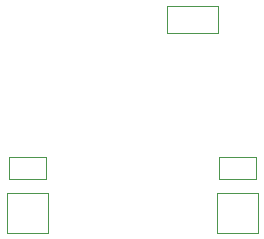
<source format=gbr>
G04 #@! TF.FileFunction,Other,User*
%FSLAX46Y46*%
G04 Gerber Fmt 4.6, Leading zero omitted, Abs format (unit mm)*
G04 Created by KiCad (PCBNEW 4.0.7) date Sunday 11 February 2018 15:39:25*
%MOMM*%
%LPD*%
G01*
G04 APERTURE LIST*
%ADD10C,0.100000*%
%ADD11C,0.050000*%
G04 APERTURE END LIST*
D10*
D11*
X245900000Y-140540000D02*
X245900000Y-143940000D01*
X245900000Y-143940000D02*
X249400000Y-143940000D01*
X249400000Y-143940000D02*
X249400000Y-140540000D01*
X249400000Y-140540000D02*
X245900000Y-140540000D01*
X228120000Y-140540000D02*
X228120000Y-143940000D01*
X228120000Y-143940000D02*
X231620000Y-143940000D01*
X231620000Y-143940000D02*
X231620000Y-140540000D01*
X231620000Y-140540000D02*
X228120000Y-140540000D01*
X246100000Y-139330000D02*
X249200000Y-139330000D01*
X246100000Y-139330000D02*
X246100000Y-137530000D01*
X249200000Y-137530000D02*
X249200000Y-139330000D01*
X249200000Y-137530000D02*
X246100000Y-137530000D01*
X228320000Y-139330000D02*
X231420000Y-139330000D01*
X228320000Y-139330000D02*
X228320000Y-137530000D01*
X231420000Y-137530000D02*
X231420000Y-139330000D01*
X231420000Y-137530000D02*
X228320000Y-137530000D01*
X245990000Y-127007000D02*
X245990000Y-124707000D01*
X245990000Y-124707000D02*
X241690000Y-124707000D01*
X241690000Y-124707000D02*
X241690000Y-127007000D01*
X241690000Y-127007000D02*
X245990000Y-127007000D01*
M02*

</source>
